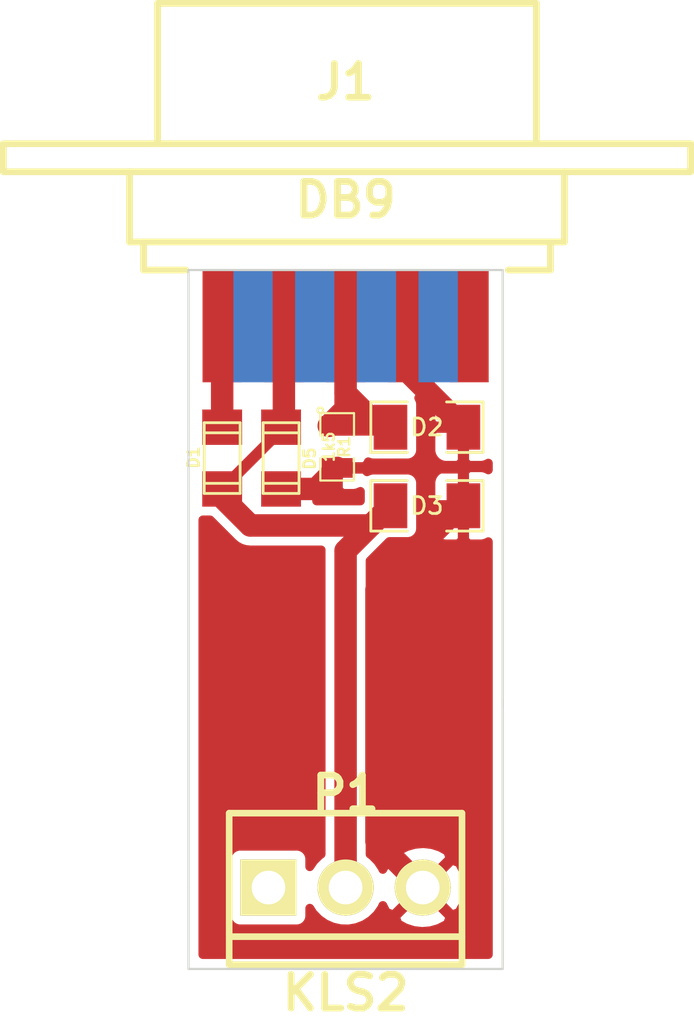
<source format=kicad_pcb>
(kicad_pcb (version 3) (host pcbnew "(22-Jun-2014 BZR 4027)-stable")

  (general
    (links 12)
    (no_connects 0)
    (area 20.675599 16.865599 52.603401 63.2079)
    (thickness 1.6)
    (drawings 7)
    (tracks 27)
    (zones 0)
    (modules 7)
    (nets 5)
  )

  (page A3)
  (title_block 
    (title DS9097)
    (company "OpenSCADA Team")
  )

  (layers
    (15 F.Cu signal)
    (0 B.Cu signal hide)
    (16 B.Adhes user)
    (17 F.Adhes user)
    (18 B.Paste user)
    (19 F.Paste user)
    (20 B.SilkS user)
    (21 F.SilkS user)
    (22 B.Mask user)
    (23 F.Mask user)
    (24 Dwgs.User user)
    (25 Cmts.User user)
    (26 Eco1.User user)
    (27 Eco2.User user)
    (28 Edge.Cuts user)
  )

  (setup
    (last_trace_width 0.254)
    (user_trace_width 0.508)
    (user_trace_width 1.016)
    (trace_clearance 0.254)
    (zone_clearance 0.4)
    (zone_45_only no)
    (trace_min 0.254)
    (segment_width 0.2)
    (edge_width 0.1)
    (via_size 0.889)
    (via_drill 0.635)
    (via_min_size 0.889)
    (via_min_drill 0.508)
    (uvia_size 0.508)
    (uvia_drill 0.127)
    (uvias_allowed no)
    (uvia_min_size 0.508)
    (uvia_min_drill 0.127)
    (pcb_text_width 0.3)
    (pcb_text_size 1.5 1.5)
    (mod_edge_width 0.15)
    (mod_text_size 1 1)
    (mod_text_width 0.15)
    (pad_size 1.5 1.5)
    (pad_drill 0.6)
    (pad_to_mask_clearance 0)
    (aux_axis_origin 0 0)
    (visible_elements FFFFFDAF)
    (pcbplotparams
      (layerselection 32768)
      (usegerberextensions false)
      (excludeedgelayer true)
      (linewidth 0.150000)
      (plotframeref false)
      (viasonmask false)
      (mode 1)
      (useauxorigin false)
      (hpglpennumber 1)
      (hpglpenspeed 20)
      (hpglpendiameter 15)
      (hpglpenoverlay 2)
      (psnegative true)
      (psa4output false)
      (plotreference true)
      (plotvalue true)
      (plotothertext true)
      (plotinvisibletext false)
      (padsonsilk false)
      (subtractmaskfromsilk false)
      (outputformat 5)
      (mirror true)
      (drillshape 0)
      (scaleselection 1)
      (outputdirectory ""))
  )

  (net 0 "")
  (net 1 N-000001)
  (net 2 N-0000010)
  (net 3 N-000002)
  (net 4 N-000009)

  (net_class Default "This is the default net class."
    (clearance 0.254)
    (trace_width 0.254)
    (via_dia 0.889)
    (via_drill 0.635)
    (uvia_dia 0.508)
    (uvia_drill 0.127)
    (add_net "")
    (add_net N-000001)
    (add_net N-0000010)
    (add_net N-000002)
    (add_net N-000009)
  )

  (module SM0805 (layer F.Cu) (tedit 5091495C) (tstamp 57C327FA)
    (at 36.195 37.338 270)
    (path /57C2F3AF)
    (attr smd)
    (fp_text reference R1 (at 0 -0.3175 270) (layer F.SilkS)
      (effects (font (size 0.50038 0.50038) (thickness 0.10922)))
    )
    (fp_text value 1k5 (at 0 0.381 270) (layer F.SilkS)
      (effects (font (size 0.50038 0.50038) (thickness 0.10922)))
    )
    (fp_circle (center -1.651 0.762) (end -1.651 0.635) (layer F.SilkS) (width 0.09906))
    (fp_line (start -0.508 0.762) (end -1.524 0.762) (layer F.SilkS) (width 0.09906))
    (fp_line (start -1.524 0.762) (end -1.524 -0.762) (layer F.SilkS) (width 0.09906))
    (fp_line (start -1.524 -0.762) (end -0.508 -0.762) (layer F.SilkS) (width 0.09906))
    (fp_line (start 0.508 -0.762) (end 1.524 -0.762) (layer F.SilkS) (width 0.09906))
    (fp_line (start 1.524 -0.762) (end 1.524 0.762) (layer F.SilkS) (width 0.09906))
    (fp_line (start 1.524 0.762) (end 0.508 0.762) (layer F.SilkS) (width 0.09906))
    (pad 1 smd rect (at -0.9525 0 270) (size 0.889 1.397)
      (layers F.Cu F.Paste F.Mask)
      (net 4 N-000009)
    )
    (pad 2 smd rect (at 0.9525 0 270) (size 0.889 1.397)
      (layers F.Cu F.Paste F.Mask)
      (net 2 N-0000010)
    )
    (model smd/chip_cms.wrl
      (at (xyz 0 0 0))
      (scale (xyz 0.1 0.1 0.1))
      (rotate (xyz 0 0 0))
    )
  )

  (module DB9M_CI (layer F.Cu) (tedit 3FD6FFBA) (tstamp 57C32819)
    (at 36.576 29.21)
    (descr "Connecteur DB9 male encarte")
    (tags "CONN DB9")
    (path /57C2F313)
    (fp_text reference J1 (at 0 -8.382) (layer F.SilkS)
      (effects (font (size 1.524 1.524) (thickness 0.3048)))
    )
    (fp_text value DB9 (at 0 -3.048) (layer F.SilkS)
      (effects (font (size 1.524 1.524) (thickness 0.3048)))
    )
    (fp_line (start -8.509 -11.938) (end 8.636 -11.938) (layer F.SilkS) (width 0.3048))
    (fp_line (start 9.271 -1.143) (end -9.144 -1.143) (layer F.SilkS) (width 0.3048))
    (fp_line (start 9.906 -1.143) (end 9.271 -1.143) (layer F.SilkS) (width 0.3048))
    (fp_line (start 9.906 -4.318) (end -9.779 -4.318) (layer F.SilkS) (width 0.3048))
    (fp_line (start 15.621 -4.318) (end 9.906 -4.318) (layer F.SilkS) (width 0.3048))
    (fp_line (start -15.494 -5.588) (end 15.621 -5.588) (layer F.SilkS) (width 0.3048))
    (fp_line (start 8.636 -5.588) (end 8.636 -11.938) (layer F.SilkS) (width 0.3048))
    (fp_line (start 15.621 -4.318) (end 15.621 -5.588) (layer F.SilkS) (width 0.3048))
    (fp_line (start 9.906 -1.143) (end 9.906 -4.318) (layer F.SilkS) (width 0.3048))
    (fp_line (start 7.366 0.127) (end 9.271 0.127) (layer F.SilkS) (width 0.3048))
    (fp_line (start 9.271 0.127) (end 9.271 -1.143) (layer F.SilkS) (width 0.3048))
    (fp_line (start -8.509 -5.588) (end -8.509 -11.938) (layer F.SilkS) (width 0.3048))
    (fp_line (start -9.779 -4.318) (end -15.494 -4.318) (layer F.SilkS) (width 0.3048))
    (fp_line (start -15.494 -4.318) (end -15.494 -5.588) (layer F.SilkS) (width 0.3048))
    (fp_line (start -9.144 -1.143) (end -9.779 -1.143) (layer F.SilkS) (width 0.3048))
    (fp_line (start -9.779 -1.143) (end -9.779 -4.318) (layer F.SilkS) (width 0.3048))
    (fp_line (start -7.239 0.127) (end -9.144 0.127) (layer F.SilkS) (width 0.3048))
    (fp_line (start -9.144 0.127) (end -9.144 -1.143) (layer F.SilkS) (width 0.3048))
    (pad 2 connect rect (at 2.794 2.667) (size 1.778 5.08)
      (layers F.Cu F.Mask)
      (net 2 N-0000010)
    )
    (pad 3 connect rect (at 0 2.667) (size 1.778 5.08)
      (layers F.Cu F.Mask)
      (net 4 N-000009)
    )
    (pad 4 connect rect (at -2.794 2.667) (size 1.778 5.08)
      (layers F.Cu F.Mask)
      (net 1 N-000001)
    )
    (pad 5 connect rect (at -5.588 2.667) (size 1.778 5.08)
      (layers F.Cu F.Mask)
      (net 3 N-000002)
    )
    (pad 1 connect rect (at 5.588 2.667) (size 1.778 5.08)
      (layers F.Cu F.Mask)
    )
    (pad 9 connect rect (at -4.191 2.667) (size 1.778 5.08)
      (layers B.Cu B.Mask)
    )
    (pad 8 connect rect (at -1.397 2.667) (size 1.778 5.08)
      (layers B.Cu B.Mask)
    )
    (pad 7 connect rect (at 1.397 2.667) (size 1.778 5.08)
      (layers B.Cu B.Mask)
    )
    (pad 6 connect rect (at 4.191 2.667) (size 1.778 5.08)
      (layers B.Cu B.Mask)
    )
    (model conn_DBxx/db9_male.wrl
      (at (xyz 0 0 -0.033))
      (scale (xyz 1 1 1))
      (rotate (xyz 90 180 0))
    )
  )

  (module c_1206 (layer F.Cu) (tedit 490473F0) (tstamp 57C32825)
    (at 33.655 37.846 270)
    (descr "SMT capacitor, 1206")
    (path /57C2F720)
    (fp_text reference D5 (at 0.0254 -1.2954 270) (layer F.SilkS)
      (effects (font (size 0.50038 0.50038) (thickness 0.11938)))
    )
    (fp_text value 6v2 (at 0 1.27 270) (layer F.SilkS) hide
      (effects (font (size 0.50038 0.50038) (thickness 0.11938)))
    )
    (fp_line (start 1.143 0.8128) (end 1.143 -0.8128) (layer F.SilkS) (width 0.127))
    (fp_line (start -1.143 -0.8128) (end -1.143 0.8128) (layer F.SilkS) (width 0.127))
    (fp_line (start -1.6002 -0.8128) (end -1.6002 0.8128) (layer F.SilkS) (width 0.127))
    (fp_line (start -1.6002 0.8128) (end 1.6002 0.8128) (layer F.SilkS) (width 0.127))
    (fp_line (start 1.6002 0.8128) (end 1.6002 -0.8128) (layer F.SilkS) (width 0.127))
    (fp_line (start 1.6002 -0.8128) (end -1.6002 -0.8128) (layer F.SilkS) (width 0.127))
    (pad 1 smd rect (at 1.397 0 270) (size 1.6002 1.8034)
      (layers F.Cu F.Paste F.Mask)
      (net 2 N-0000010)
    )
    (pad 2 smd rect (at -1.397 0 270) (size 1.6002 1.8034)
      (layers F.Cu F.Paste F.Mask)
      (net 1 N-000001)
    )
    (model smd/capacitors/c_1206.wrl
      (at (xyz 0 0 0))
      (scale (xyz 1 1 1))
      (rotate (xyz 0 0 0))
    )
  )

  (module c_1206 (layer F.Cu) (tedit 490473F0) (tstamp 57C32831)
    (at 30.988 37.846 90)
    (descr "SMT capacitor, 1206")
    (path /57C2F72F)
    (fp_text reference D1 (at 0.0254 -1.2954 90) (layer F.SilkS)
      (effects (font (size 0.50038 0.50038) (thickness 0.11938)))
    )
    (fp_text value 3v9 (at 0 1.27 90) (layer F.SilkS) hide
      (effects (font (size 0.50038 0.50038) (thickness 0.11938)))
    )
    (fp_line (start 1.143 0.8128) (end 1.143 -0.8128) (layer F.SilkS) (width 0.127))
    (fp_line (start -1.143 -0.8128) (end -1.143 0.8128) (layer F.SilkS) (width 0.127))
    (fp_line (start -1.6002 -0.8128) (end -1.6002 0.8128) (layer F.SilkS) (width 0.127))
    (fp_line (start -1.6002 0.8128) (end 1.6002 0.8128) (layer F.SilkS) (width 0.127))
    (fp_line (start 1.6002 0.8128) (end 1.6002 -0.8128) (layer F.SilkS) (width 0.127))
    (fp_line (start 1.6002 -0.8128) (end -1.6002 -0.8128) (layer F.SilkS) (width 0.127))
    (pad 1 smd rect (at 1.397 0 90) (size 1.6002 1.8034)
      (layers F.Cu F.Paste F.Mask)
      (net 3 N-000002)
    )
    (pad 2 smd rect (at -1.397 0 90) (size 1.6002 1.8034)
      (layers F.Cu F.Paste F.Mask)
      (net 1 N-000001)
    )
    (model smd/capacitors/c_1206.wrl
      (at (xyz 0 0 0))
      (scale (xyz 1 1 1))
      (rotate (xyz 0 0 0))
    )
  )

  (module bornier3_3.5 (layer F.Cu) (tedit 57C326EE) (tstamp 57C3283D)
    (at 36.576 57.277)
    (descr "Bornier d'alimentation 3 pins")
    (tags DEV)
    (path /57C2EFF1)
    (fp_text reference P1 (at 0 -4.2545) (layer F.SilkS)
      (effects (font (size 1.524 1.524) (thickness 0.3048)))
    )
    (fp_text value KLS2 (at 0 4.7625) (layer F.SilkS)
      (effects (font (size 1.524 1.524) (thickness 0.3048)))
    )
    (fp_line (start -5.207 2.2225) (end 5.2705 2.2225) (layer F.SilkS) (width 0.3))
    (fp_line (start 5.2705 -3.3655) (end 5.2705 3.4925) (layer F.SilkS) (width 0.3))
    (fp_line (start 5.2705 3.4925) (end -5.2705 3.4925) (layer F.SilkS) (width 0.3))
    (fp_line (start -5.2705 3.4925) (end -5.2705 -3.3655) (layer F.SilkS) (width 0.3))
    (fp_line (start -5.2705 -3.3655) (end 5.2705 -3.3655) (layer F.SilkS) (width 0.3))
    (pad 1 thru_hole rect (at -3.4925 0) (size 2.54 2.54) (drill 1.524)
      (layers *.Cu *.Mask F.SilkS)
    )
    (pad 2 thru_hole circle (at 0 0) (size 2.54 2.54) (drill 1.524)
      (layers *.Cu *.Mask F.SilkS)
      (net 1 N-000001)
    )
    (pad 3 thru_hole circle (at 3.4925 0) (size 2.54 2.54) (drill 1.524)
      (layers *.Cu *.Mask F.SilkS)
      (net 2 N-0000010)
    )
    (model device/bornier_3.wrl
      (at (xyz 0 0 0))
      (scale (xyz 1 1 1))
      (rotate (xyz 0 0 0))
    )
  )

  (module SM1206 (layer F.Cu) (tedit 42806E24) (tstamp 57C33930)
    (at 40.259 36.449)
    (path /57C2F3E3)
    (attr smd)
    (fp_text reference D2 (at 0 0) (layer F.SilkS)
      (effects (font (size 0.762 0.762) (thickness 0.127)))
    )
    (fp_text value BAS85 (at 0 0) (layer F.SilkS) hide
      (effects (font (size 0.762 0.762) (thickness 0.127)))
    )
    (fp_line (start -2.54 -1.143) (end -2.54 1.143) (layer F.SilkS) (width 0.127))
    (fp_line (start -2.54 1.143) (end -0.889 1.143) (layer F.SilkS) (width 0.127))
    (fp_line (start 0.889 -1.143) (end 2.54 -1.143) (layer F.SilkS) (width 0.127))
    (fp_line (start 2.54 -1.143) (end 2.54 1.143) (layer F.SilkS) (width 0.127))
    (fp_line (start 2.54 1.143) (end 0.889 1.143) (layer F.SilkS) (width 0.127))
    (fp_line (start -0.889 -1.143) (end -2.54 -1.143) (layer F.SilkS) (width 0.127))
    (pad 1 smd rect (at -1.651 0) (size 1.524 2.032)
      (layers F.Cu F.Paste F.Mask)
      (net 4 N-000009)
    )
    (pad 2 smd rect (at 1.651 0) (size 1.524 2.032)
      (layers F.Cu F.Paste F.Mask)
      (net 2 N-0000010)
    )
    (model smd/chip_cms.wrl
      (at (xyz 0 0 0))
      (scale (xyz 0.17 0.16 0.16))
      (rotate (xyz 0 0 0))
    )
  )

  (module SM1206 (layer F.Cu) (tedit 42806E24) (tstamp 57C3393C)
    (at 40.259 40.005 180)
    (path /57C2F3F6)
    (attr smd)
    (fp_text reference D3 (at 0 0 180) (layer F.SilkS)
      (effects (font (size 0.762 0.762) (thickness 0.127)))
    )
    (fp_text value BAS85 (at 0 0 180) (layer F.SilkS) hide
      (effects (font (size 0.762 0.762) (thickness 0.127)))
    )
    (fp_line (start -2.54 -1.143) (end -2.54 1.143) (layer F.SilkS) (width 0.127))
    (fp_line (start -2.54 1.143) (end -0.889 1.143) (layer F.SilkS) (width 0.127))
    (fp_line (start 0.889 -1.143) (end 2.54 -1.143) (layer F.SilkS) (width 0.127))
    (fp_line (start 2.54 -1.143) (end 2.54 1.143) (layer F.SilkS) (width 0.127))
    (fp_line (start 2.54 1.143) (end 0.889 1.143) (layer F.SilkS) (width 0.127))
    (fp_line (start -0.889 -1.143) (end -2.54 -1.143) (layer F.SilkS) (width 0.127))
    (pad 1 smd rect (at -1.651 0 180) (size 1.524 2.032)
      (layers F.Cu F.Paste F.Mask)
      (net 2 N-0000010)
    )
    (pad 2 smd rect (at 1.651 0 180) (size 1.524 2.032)
      (layers F.Cu F.Paste F.Mask)
      (net 1 N-000001)
    )
    (model smd/chip_cms.wrl
      (at (xyz 0 0 0))
      (scale (xyz 0.17 0.16 0.16))
      (rotate (xyz 0 0 0))
    )
  )

  (gr_line (start 43.688 56.896) (end 43.688 60.96) (angle 90) (layer Edge.Cuts) (width 0.1))
  (gr_line (start 29.464 57.277) (end 29.464 60.96) (angle 90) (layer Edge.Cuts) (width 0.1))
  (gr_line (start 29.464 60.96) (end 43.688 60.96) (angle 90) (layer Edge.Cuts) (width 0.1))
  (gr_line (start 29.464 29.337) (end 43.688 29.337) (angle 90) (layer Edge.Cuts) (width 0.1))
  (gr_line (start 43.688 48.768) (end 43.688 56.896) (angle 90) (layer Edge.Cuts) (width 0.1))
  (gr_line (start 29.464 29.337) (end 29.464 57.277) (angle 90) (layer Edge.Cuts) (width 0.1))
  (gr_line (start 43.688 29.337) (end 43.688 49.149) (angle 90) (layer Edge.Cuts) (width 0.1))

  (segment (start 36.576 57.277) (end 36.576 42.037) (width 1.016) (layer F.Cu) (net 1))
  (segment (start 36.576 42.037) (end 38.608 40.005) (width 1.016) (layer F.Cu) (net 1) (tstamp 57CC4493))
  (segment (start 30.988 39.243) (end 30.988 39.624) (width 1.016) (layer F.Cu) (net 1))
  (segment (start 37.719 40.894) (end 38.608 40.005) (width 1.016) (layer F.Cu) (net 1) (tstamp 57CC447E))
  (segment (start 32.258 40.894) (end 37.719 40.894) (width 1.016) (layer F.Cu) (net 1) (tstamp 57CC4477))
  (segment (start 30.988 39.624) (end 32.258 40.894) (width 1.016) (layer F.Cu) (net 1) (tstamp 57CC4472))
  (segment (start 33.528 36.449) (end 33.528 36.703) (width 0.508) (layer F.Cu) (net 1))
  (segment (start 33.528 36.703) (end 30.988 39.243) (width 0.508) (layer F.Cu) (net 1) (tstamp 57C32D51))
  (segment (start 33.782 31.877) (end 33.782 36.195) (width 1.016) (layer F.Cu) (net 1))
  (segment (start 33.782 36.195) (end 33.528 36.449) (width 1.016) (layer F.Cu) (net 1) (tstamp 57C32D4D))
  (segment (start 41.91 40.005) (end 41.783 40.005) (width 1.016) (layer F.Cu) (net 2))
  (segment (start 37.973 55.1815) (end 40.0685 57.277) (width 1.016) (layer F.Cu) (net 2) (tstamp 57CC44B3))
  (segment (start 37.973 43.815) (end 37.973 55.1815) (width 1.016) (layer F.Cu) (net 2) (tstamp 57CC44A9))
  (segment (start 41.783 40.005) (end 37.973 43.815) (width 1.016) (layer F.Cu) (net 2) (tstamp 57CC44A3))
  (segment (start 41.91 38.2905) (end 41.91 36.449) (width 0.508) (layer F.Cu) (net 2) (tstamp 57C33A17))
  (segment (start 36.195 38.2905) (end 41.91 38.2905) (width 0.508) (layer F.Cu) (net 2))
  (segment (start 33.655 39.243) (end 35.2425 39.243) (width 1.016) (layer F.Cu) (net 2))
  (segment (start 35.2425 39.243) (end 36.195 38.2905) (width 1.016) (layer F.Cu) (net 2) (tstamp 57C33A08))
  (segment (start 39.37 31.877) (end 39.37 33.909) (width 1.016) (layer F.Cu) (net 2))
  (segment (start 39.37 33.909) (end 41.91 36.449) (width 1.016) (layer F.Cu) (net 2) (tstamp 57C339DC))
  (segment (start 30.988 31.877) (end 30.988 36.449) (width 1.016) (layer F.Cu) (net 3))
  (segment (start 36.576 31.877) (end 36.576 35.6235) (width 1.016) (layer F.Cu) (net 4))
  (segment (start 36.576 35.6235) (end 35.814 36.3855) (width 1.016) (layer F.Cu) (net 4) (tstamp 57C32D6D))
  (segment (start 37.9857 36.322) (end 35.8775 36.322) (width 1.016) (layer F.Cu) (net 4))
  (segment (start 35.8775 36.322) (end 35.814 36.3855) (width 1.016) (layer F.Cu) (net 4) (tstamp 57C32D68))
  (segment (start 36.576 31.877) (end 36.576 34.9123) (width 1.016) (layer F.Cu) (net 4))
  (segment (start 36.576 34.9123) (end 37.9857 36.322) (width 1.016) (layer F.Cu) (net 4) (tstamp 57C32D64))

  (zone (net 2) (net_name N-0000010) (layer F.Cu) (tstamp 57CC44D8) (hatch edge 0.508)
    (connect_pads (clearance 0.4))
    (min_thickness 0.4)
    (fill (arc_segments 32) (thermal_gap 0.508) (thermal_bridge_width 0.508))
    (polygon
      (pts
        (xy 43.688 60.96) (xy 29.464 60.96) (xy 29.464 29.337) (xy 43.688 29.337)
      )
    )
    (filled_polygon
      (pts
        (xy 33.729 39.297) (xy 33.709 39.297) (xy 33.709 39.317) (xy 33.601 39.317) (xy 33.601 39.297)
        (xy 33.581 39.297) (xy 33.581 39.189) (xy 33.601 39.189) (xy 33.601 39.169) (xy 33.709 39.169)
        (xy 33.709 39.189) (xy 33.729 39.189) (xy 33.729 39.297)
      )
    )
    (filled_polygon
      (pts
        (xy 39.444 31.931) (xy 39.424 31.931) (xy 39.424 31.951) (xy 39.316 31.951) (xy 39.316 31.931)
        (xy 39.296 31.931) (xy 39.296 31.823) (xy 39.316 31.823) (xy 39.316 31.803) (xy 39.424 31.803)
        (xy 39.424 31.823) (xy 39.444 31.823) (xy 39.444 31.931)
      )
    )
    (filled_polygon
      (pts
        (xy 43.038 60.31) (xy 42.055854 60.31) (xy 42.055854 57.306247) (xy 42.023686 56.919677) (xy 41.917046 56.546718)
        (xy 41.856 56.427715) (xy 41.856 41.552) (xy 41.856 40.059) (xy 41.856 39.951) (xy 41.856 38.458)
        (xy 41.856 37.996) (xy 41.856 36.503) (xy 40.617 36.503) (xy 40.44 36.68) (xy 40.439503 37.400522)
        (xy 40.440472 37.539364) (xy 40.468391 37.675374) (xy 40.522196 37.803371) (xy 40.599837 37.91848) (xy 40.698358 38.016315)
        (xy 40.814006 38.093151) (xy 40.942375 38.146061) (xy 41.078577 38.17303) (xy 41.679 38.173) (xy 41.856 37.996)
        (xy 41.856 38.458) (xy 41.679 38.281) (xy 41.078577 38.28097) (xy 40.942375 38.307939) (xy 40.814006 38.360849)
        (xy 40.698358 38.437685) (xy 40.599837 38.53552) (xy 40.522196 38.650629) (xy 40.468391 38.778626) (xy 40.440472 38.914636)
        (xy 40.439503 39.053478) (xy 40.44 39.774) (xy 40.617 39.951) (xy 41.856 39.951) (xy 41.856 40.059)
        (xy 40.617 40.059) (xy 40.44 40.236) (xy 40.439503 40.956522) (xy 40.440472 41.095364) (xy 40.468391 41.231374)
        (xy 40.522196 41.359371) (xy 40.599837 41.47448) (xy 40.698358 41.572315) (xy 40.814006 41.649151) (xy 40.942375 41.702061)
        (xy 41.078577 41.72903) (xy 41.679 41.729) (xy 41.856 41.552) (xy 41.856 56.427715) (xy 41.739995 56.201575)
        (xy 41.707624 56.152854) (xy 41.38638 56.035487) (xy 41.310013 56.111854) (xy 41.310013 55.95912) (xy 41.192646 55.637876)
        (xy 40.852862 55.450745) (xy 40.483202 55.333175) (xy 40.097747 55.289646) (xy 39.711177 55.321814) (xy 39.338218 55.428454)
        (xy 38.993075 55.605505) (xy 38.944354 55.637876) (xy 38.826987 55.95912) (xy 40.0685 57.200632) (xy 41.310013 55.95912)
        (xy 41.310013 56.111854) (xy 40.144868 57.277) (xy 41.38638 58.518513) (xy 41.707624 58.401146) (xy 41.894755 58.061362)
        (xy 42.012325 57.691702) (xy 42.055854 57.306247) (xy 42.055854 60.31) (xy 41.310013 60.31) (xy 41.310013 58.59488)
        (xy 40.0685 57.353368) (xy 38.826987 58.59488) (xy 38.944354 58.916124) (xy 39.284138 59.103255) (xy 39.653798 59.220825)
        (xy 40.039253 59.264354) (xy 40.425823 59.232186) (xy 40.798782 59.125546) (xy 41.143925 58.948495) (xy 41.192646 58.916124)
        (xy 41.310013 58.59488) (xy 41.310013 60.31) (xy 30.114 60.31) (xy 30.114 57.277) (xy 30.114 40.643334)
        (xy 30.140943 40.643522) (xy 30.440508 40.643456) (xy 31.474526 41.677474) (xy 31.553587 41.742415) (xy 31.632017 41.808226)
        (xy 31.637123 41.811033) (xy 31.641625 41.814731) (xy 31.73181 41.863087) (xy 31.821512 41.912402) (xy 31.827066 41.914164)
        (xy 31.832201 41.916917) (xy 31.930082 41.946842) (xy 32.027634 41.977788) (xy 32.033422 41.978437) (xy 32.038995 41.980141)
        (xy 32.140816 41.990483) (xy 32.24253 42.001892) (xy 32.253921 42.001971) (xy 32.254133 42.001993) (xy 32.254329 42.001974)
        (xy 32.258 42.002) (xy 35.470298 42.002) (xy 35.468108 42.02153) (xy 35.468028 42.032921) (xy 35.468007 42.033133)
        (xy 35.468025 42.033329) (xy 35.468 42.037) (xy 35.468 55.76716) (xy 35.398581 55.812587) (xy 35.136566 56.069171)
        (xy 34.953586 56.336406) (xy 34.953526 55.948167) (xy 34.930671 55.832742) (xy 34.885832 55.723954) (xy 34.820717 55.625947)
        (xy 34.737805 55.542455) (xy 34.640256 55.476657) (xy 34.531783 55.431059) (xy 34.416521 55.407399) (xy 34.298857 55.406578)
        (xy 31.754667 55.406974) (xy 31.639242 55.429829) (xy 31.530454 55.474668) (xy 31.432447 55.539783) (xy 31.348955 55.622695)
        (xy 31.283157 55.720244) (xy 31.237559 55.828717) (xy 31.213899 55.943979) (xy 31.213078 56.061643) (xy 31.213474 58.605833)
        (xy 31.236329 58.721258) (xy 31.281168 58.830046) (xy 31.346283 58.928053) (xy 31.429195 59.011545) (xy 31.526744 59.077343)
        (xy 31.635217 59.122941) (xy 31.750479 59.146601) (xy 31.868143 59.147422) (xy 34.412333 59.147026) (xy 34.527758 59.124171)
        (xy 34.636546 59.079332) (xy 34.734553 59.014217) (xy 34.818045 58.931305) (xy 34.883843 58.833756) (xy 34.929441 58.725283)
        (xy 34.953101 58.610021) (xy 34.953922 58.492357) (xy 34.953878 58.21215) (xy 35.103402 58.444166) (xy 35.358152 58.707967)
        (xy 35.659288 58.917262) (xy 35.995342 59.064081) (xy 36.353513 59.14283) (xy 36.720159 59.15051) (xy 37.081313 59.086829)
        (xy 37.423221 58.954212) (xy 37.732857 58.75771) (xy 37.99843 58.504809) (xy 38.209823 58.20514) (xy 38.26169 58.088643)
        (xy 38.397005 58.352425) (xy 38.429376 58.401146) (xy 38.75062 58.518513) (xy 39.992132 57.277) (xy 38.75062 56.035487)
        (xy 38.429376 56.152854) (xy 38.261213 56.458194) (xy 38.235101 56.39484) (xy 38.032158 56.089387) (xy 37.77375 55.829169)
        (xy 37.684 55.768631) (xy 37.684 42.495948) (xy 38.502474 41.677474) (xy 38.558696 41.621251) (xy 38.558697 41.621251)
        (xy 39.428833 41.621026) (xy 39.544258 41.598171) (xy 39.653046 41.553332) (xy 39.751053 41.488217) (xy 39.834545 41.405305)
        (xy 39.900343 41.307756) (xy 39.945941 41.199283) (xy 39.969601 41.084021) (xy 39.970422 40.966357) (xy 39.970026 38.930167)
        (xy 39.947171 38.814742) (xy 39.902332 38.705954) (xy 39.837217 38.607947) (xy 39.754305 38.524455) (xy 39.656756 38.458657)
        (xy 39.548283 38.413059) (xy 39.433021 38.389399) (xy 39.315357 38.388578) (xy 37.787167 38.388974) (xy 37.671742 38.411829)
        (xy 37.562954 38.456668) (xy 37.54716 38.46716) (xy 37.4245 38.3445) (xy 36.249 38.3445) (xy 36.249 39.266)
        (xy 36.426 39.443) (xy 36.829022 39.443497) (xy 36.967864 39.442528) (xy 37.103874 39.414609) (xy 37.231871 39.360804)
        (xy 37.245637 39.351518) (xy 37.245722 39.786) (xy 35.264714 39.786) (xy 35.2647 39.474) (xy 35.137775 39.347075)
        (xy 35.158129 39.360804) (xy 35.286126 39.414609) (xy 35.422136 39.442528) (xy 35.560978 39.443497) (xy 35.964 39.443)
        (xy 36.141 39.266) (xy 36.141 38.3445) (xy 36.121 38.3445) (xy 36.121 38.2365) (xy 36.141 38.2365)
        (xy 36.141 38.2165) (xy 36.249 38.2165) (xy 36.249 38.2365) (xy 37.4245 38.2365) (xy 37.6015 38.0595)
        (xy 37.601504 38.013107) (xy 37.667717 38.040941) (xy 37.782979 38.064601) (xy 37.900643 38.065422) (xy 39.428833 38.065026)
        (xy 39.544258 38.042171) (xy 39.653046 37.997332) (xy 39.751053 37.932217) (xy 39.834545 37.849305) (xy 39.900343 37.751756)
        (xy 39.945941 37.643283) (xy 39.969601 37.528021) (xy 39.970422 37.410357) (xy 39.970026 35.374167) (xy 39.947171 35.258742)
        (xy 39.902332 35.149954) (xy 39.88576 35.125011) (xy 40.328423 35.12503) (xy 40.464625 35.098061) (xy 40.541158 35.066516)
        (xy 40.522196 35.094629) (xy 40.468391 35.222626) (xy 40.440472 35.358636) (xy 40.439503 35.497478) (xy 40.44 36.218)
        (xy 40.617 36.395) (xy 41.856 36.395) (xy 41.856 36.375) (xy 41.964 36.375) (xy 41.964 36.395)
        (xy 41.984 36.395) (xy 41.984 36.503) (xy 41.964 36.503) (xy 41.964 37.996) (xy 42.141 38.173)
        (xy 42.741423 38.17303) (xy 42.877625 38.146061) (xy 43.005994 38.093151) (xy 43.038 38.071886) (xy 43.038 38.382113)
        (xy 43.005994 38.360849) (xy 42.877625 38.307939) (xy 42.741423 38.28097) (xy 42.141 38.281) (xy 41.964 38.458)
        (xy 41.964 39.951) (xy 41.984 39.951) (xy 41.984 40.059) (xy 41.964 40.059) (xy 41.964 41.552)
        (xy 42.141 41.729) (xy 42.741423 41.72903) (xy 42.877625 41.702061) (xy 43.005994 41.649151) (xy 43.038 41.627886)
        (xy 43.038 48.768) (xy 43.038 49.149) (xy 43.038 56.896) (xy 43.038 60.31)
      )
    )
  )
)

</source>
